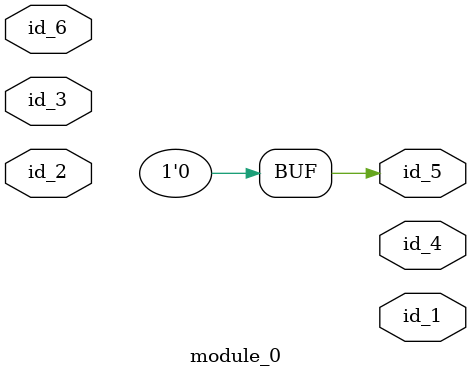
<source format=v>
module module_0 (
    id_1,
    id_2,
    id_3,
    id_4,
    id_5,
    id_6
);
  inout id_6;
  output id_5;
  output id_4;
  inout id_3;
  inout id_2;
  output id_1;
  assign id_5 = 1'b0;
endmodule
`define pp_6 0
`define pp_7 0
`define pp_8 0

</source>
